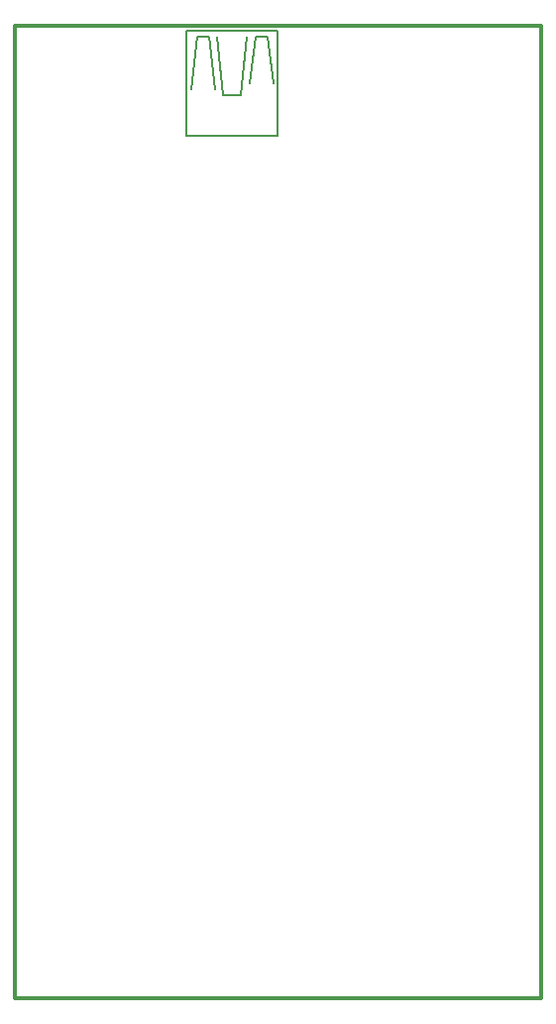
<source format=gbo>
G75*
G70*
%OFA0B0*%
%FSLAX24Y24*%
%IPPOS*%
%LPD*%
%AMOC8*
5,1,8,0,0,1.08239X$1,22.5*
%
%ADD10C,0.0120*%
%ADD11C,0.0050*%
D10*
X001007Y000170D02*
X018692Y000170D01*
X018692Y032847D01*
X001007Y032847D01*
X001007Y000170D01*
D11*
X006775Y029158D02*
X006775Y032702D01*
X009846Y032702D01*
X009846Y029158D01*
X006775Y029158D01*
X006932Y030733D02*
X007129Y032505D01*
X007523Y032505D01*
X007720Y030733D01*
X008015Y030536D02*
X007818Y032505D01*
X008802Y032505D02*
X008606Y030536D01*
X008015Y030536D01*
X008901Y030930D02*
X009098Y032505D01*
X009491Y032505D01*
X009688Y030930D01*
M02*

</source>
